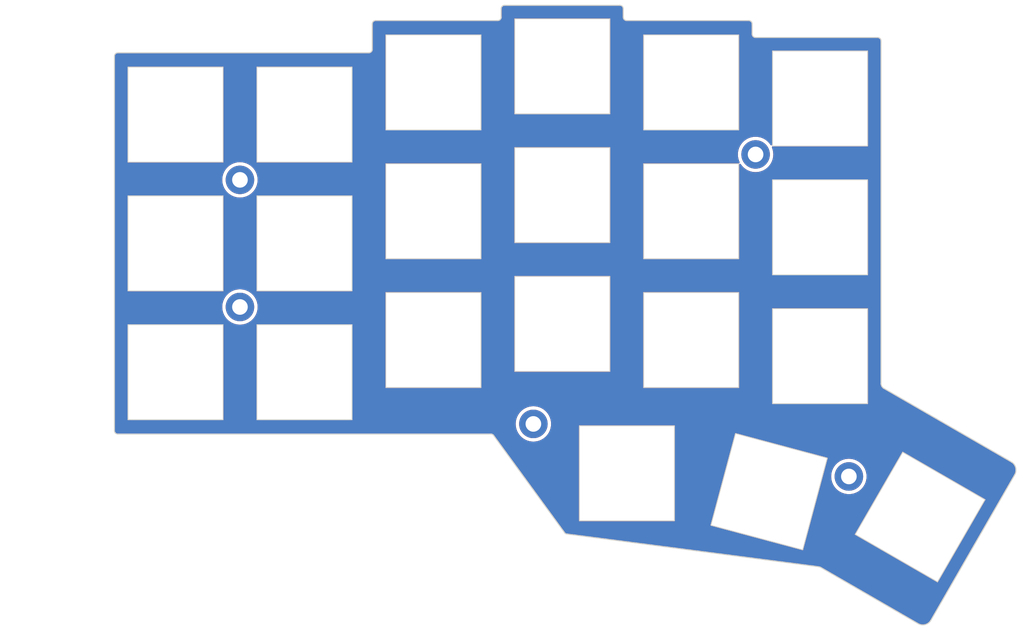
<source format=kicad_pcb>
(kicad_pcb (version 20221018) (generator pcbnew)
  (title_block (title "Corne Top Plate") (date "2018-12-09") (rev "2.1") (company "foostan"))
  (layers (0 "F.Cu" signal) (31 "B.Cu" signal) (34 "B.Paste" user) (35 "F.Paste" user) (36 "B.SilkS" user "B.Silkscreen") (37 "F.SilkS" user "F.Silkscreen") (38 "B.Mask" user) (39 "F.Mask" user) (44 "Edge.Cuts" user))
  (net 0 "")
  (footprint "kbd:M2_Hole_TH" (layer "F.Cu") (at 79.5 86.75)
    (fp_text reference "" (at 0 -3.2) (layer "F.SilkS"))
    (fp_text value "")
    (pad "" thru_hole circle (at 0 0) (size 4.2 4.2) (drill 2.3) (layers "*.Cu" "*.Mask"))
  )
  (footprint "kbd:M2_Hole_TH" (layer "F.Cu") (at 79.5 105.5)
    (fp_text reference "" (at 0 -3.2) (layer "F.SilkS"))
    (fp_text value "")
    (pad "" thru_hole circle (at 0 0) (size 4.2 4.2) (drill 2.3) (layers "*.Cu" "*.Mask"))
  )
  (footprint "kbd:M2_Hole_TH" (layer "F.Cu") (at 155.5 83)
    (fp_text reference "" (at 0 -3.2) (layer "F.SilkS"))
    (fp_text value "")
    (pad "" thru_hole circle (at 0 0) (size 4.2 4.2) (drill 2.3) (layers "*.Cu" "*.Mask"))
  )
  (footprint "kbd:M2_Hole_TH" (layer "F.Cu") (at 122.75 122.75)
    (fp_text reference "" (at 0 -3.2) (layer "F.SilkS"))
    (fp_text value "")
    (pad "" thru_hole circle (at 0 0) (size 4.2 4.2) (drill 2.3) (layers "*.Cu" "*.Mask"))
  )
  (footprint "kbd:M2_Hole_TH" (layer "F.Cu") (at 169.25 130.5)
    (fp_text reference "" (at 0 -3.2) (layer "F.SilkS"))
    (fp_text value "")
    (pad "" thru_hole circle (at 0 0) (size 4.2 4.2) (drill 2.3) (layers "*.Cu" "*.Mask"))
  )
  (footprint "kbd:SW_Hole" (layer "F.Cu") (at 70.01 77.125)
    (fp_text reference "SW2" hide)
    (fp_text value "KEY_SWITCH" hide)
    (fp_line (start -7 -7) (end -7 7) (stroke (width 0.12)) (layer "Edge.Cuts"))
    (fp_line (start -7 7) (end 7 7) (stroke (width 0.12)) (layer "Edge.Cuts"))
    (fp_line (start 7 -7) (end -7 -7) (stroke (width 0.12)) (layer "Edge.Cuts"))
    (fp_line (start 7 7) (end 7 -7) (stroke (width 0.12)) (layer "Edge.Cuts"))
  )
  (footprint "kbd:SW_Hole" (layer "F.Cu") (at 70.01 96.125)
    (fp_text reference "SW2" hide)
    (fp_text value "KEY_SWITCH" hide)
    (fp_line (start -7 -7) (end -7 7) (stroke (width 0.12)) (layer "Edge.Cuts"))
    (fp_line (start -7 7) (end 7 7) (stroke (width 0.12)) (layer "Edge.Cuts"))
    (fp_line (start 7 -7) (end -7 -7) (stroke (width 0.12)) (layer "Edge.Cuts"))
    (fp_line (start 7 7) (end 7 -7) (stroke (width 0.12)) (layer "Edge.Cuts"))
  )
  (footprint "kbd:SW_Hole" (layer "F.Cu") (at 70.01 115.125)
    (fp_text reference "SW2" hide)
    (fp_text value "KEY_SWITCH" hide)
    (fp_line (start -7 -7) (end -7 7) (stroke (width 0.12)) (layer "Edge.Cuts"))
    (fp_line (start -7 7) (end 7 7) (stroke (width 0.12)) (layer "Edge.Cuts"))
    (fp_line (start 7 -7) (end -7 -7) (stroke (width 0.12)) (layer "Edge.Cuts"))
    (fp_line (start 7 7) (end 7 -7) (stroke (width 0.12)) (layer "Edge.Cuts"))
  )
  (footprint "kbd:SW_Hole" (layer "F.Cu") (at 89.01 77.125)
    (fp_text reference "SW2" hide)
    (fp_text value "KEY_SWITCH" hide)
    (fp_line (start -7 -7) (end -7 7) (stroke (width 0.12)) (layer "Edge.Cuts"))
    (fp_line (start -7 7) (end 7 7) (stroke (width 0.12)) (layer "Edge.Cuts"))
    (fp_line (start 7 -7) (end -7 -7) (stroke (width 0.12)) (layer "Edge.Cuts"))
    (fp_line (start 7 7) (end 7 -7) (stroke (width 0.12)) (layer "Edge.Cuts"))
  )
  (footprint "kbd:SW_Hole" (layer "F.Cu") (at 89.01 115.125)
    (fp_text reference "SW2" hide)
    (fp_text value "KEY_SWITCH" hide)
    (fp_line (start -7 -7) (end -7 7) (stroke (width 0.12)) (layer "Edge.Cuts"))
    (fp_line (start -7 7) (end 7 7) (stroke (width 0.12)) (layer "Edge.Cuts"))
    (fp_line (start 7 -7) (end -7 -7) (stroke (width 0.12)) (layer "Edge.Cuts"))
    (fp_line (start 7 7) (end 7 -7) (stroke (width 0.12)) (layer "Edge.Cuts"))
  )
  (footprint "kbd:SW_Hole" (layer "F.Cu") (at 89.01 96.125)
    (fp_text reference "SW2" hide)
    (fp_text value "KEY_SWITCH" hide)
    (fp_line (start -7 -7) (end -7 7) (stroke (width 0.12)) (layer "Edge.Cuts"))
    (fp_line (start -7 7) (end 7 7) (stroke (width 0.12)) (layer "Edge.Cuts"))
    (fp_line (start 7 -7) (end -7 -7) (stroke (width 0.12)) (layer "Edge.Cuts"))
    (fp_line (start 7 7) (end 7 -7) (stroke (width 0.12)) (layer "Edge.Cuts"))
  )
  (footprint "kbd:SW_Hole" (layer "F.Cu") (at 108.01 72.375)
    (fp_text reference "SW2" hide)
    (fp_text value "KEY_SWITCH" hide)
    (fp_line (start -7 -7) (end -7 7) (stroke (width 0.12)) (layer "Edge.Cuts"))
    (fp_line (start -7 7) (end 7 7) (stroke (width 0.12)) (layer "Edge.Cuts"))
    (fp_line (start 7 -7) (end -7 -7) (stroke (width 0.12)) (layer "Edge.Cuts"))
    (fp_line (start 7 7) (end 7 -7) (stroke (width 0.12)) (layer "Edge.Cuts"))
  )
  (footprint "kbd:SW_Hole" (layer "F.Cu") (at 108.01 110.375)
    (fp_text reference "SW2" hide)
    (fp_text value "KEY_SWITCH" hide)
    (fp_line (start -7 -7) (end -7 7) (stroke (width 0.12)) (layer "Edge.Cuts"))
    (fp_line (start -7 7) (end 7 7) (stroke (width 0.12)) (layer "Edge.Cuts"))
    (fp_line (start 7 -7) (end -7 -7) (stroke (width 0.12)) (layer "Edge.Cuts"))
    (fp_line (start 7 7) (end 7 -7) (stroke (width 0.12)) (layer "Edge.Cuts"))
  )
  (footprint "kbd:SW_Hole" (layer "F.Cu") (at 108.01 91.375)
    (fp_text reference "SW2" hide)
    (fp_text value "KEY_SWITCH" hide)
    (fp_line (start -7 -7) (end -7 7) (stroke (width 0.12)) (layer "Edge.Cuts"))
    (fp_line (start -7 7) (end 7 7) (stroke (width 0.12)) (layer "Edge.Cuts"))
    (fp_line (start 7 -7) (end -7 -7) (stroke (width 0.12)) (layer "Edge.Cuts"))
    (fp_line (start 7 7) (end 7 -7) (stroke (width 0.12)) (layer "Edge.Cuts"))
  )
  (footprint "kbd:SW_Hole" (layer "F.Cu") (at 127.01 70)
    (fp_text reference "SW2" hide)
    (fp_text value "KEY_SWITCH" hide)
    (fp_line (start -7 -7) (end -7 7) (stroke (width 0.12)) (layer "Edge.Cuts"))
    (fp_line (start -7 7) (end 7 7) (stroke (width 0.12)) (layer "Edge.Cuts"))
    (fp_line (start 7 -7) (end -7 -7) (stroke (width 0.12)) (layer "Edge.Cuts"))
    (fp_line (start 7 7) (end 7 -7) (stroke (width 0.12)) (layer "Edge.Cuts"))
  )
  (footprint "kbd:SW_Hole" (layer "F.Cu") (at 127.01 108)
    (fp_text reference "SW2" hide)
    (fp_text value "KEY_SWITCH" hide)
    (fp_line (start -7 -7) (end -7 7) (stroke (width 0.12)) (layer "Edge.Cuts"))
    (fp_line (start -7 7) (end 7 7) (stroke (width 0.12)) (layer "Edge.Cuts"))
    (fp_line (start 7 -7) (end -7 -7) (stroke (width 0.12)) (layer "Edge.Cuts"))
    (fp_line (start 7 7) (end 7 -7) (stroke (width 0.12)) (layer "Edge.Cuts"))
  )
  (footprint "kbd:SW_Hole" (layer "F.Cu") (at 127.01 89)
    (fp_text reference "SW2" hide)
    (fp_text value "KEY_SWITCH" hide)
    (fp_line (start -7 -7) (end -7 7) (stroke (width 0.12)) (layer "Edge.Cuts"))
    (fp_line (start -7 7) (end 7 7) (stroke (width 0.12)) (layer "Edge.Cuts"))
    (fp_line (start 7 -7) (end -7 -7) (stroke (width 0.12)) (layer "Edge.Cuts"))
    (fp_line (start 7 7) (end 7 -7) (stroke (width 0.12)) (layer "Edge.Cuts"))
  )
  (footprint "kbd:SW_Hole" (layer "F.Cu") (at 146.01 110.375)
    (fp_text reference "SW2" hide)
    (fp_text value "KEY_SWITCH" hide)
    (fp_line (start -7 -7) (end -7 7) (stroke (width 0.12)) (layer "Edge.Cuts"))
    (fp_line (start -7 7) (end 7 7) (stroke (width 0.12)) (layer "Edge.Cuts"))
    (fp_line (start 7 -7) (end -7 -7) (stroke (width 0.12)) (layer "Edge.Cuts"))
    (fp_line (start 7 7) (end 7 -7) (stroke (width 0.12)) (layer "Edge.Cuts"))
  )
  (footprint "kbd:SW_Hole" (layer "F.Cu") (at 146.01 72.375)
    (fp_text reference "SW2" hide)
    (fp_text value "KEY_SWITCH" hide)
    (fp_line (start -7 -7) (end -7 7) (stroke (width 0.12)) (layer "Edge.Cuts"))
    (fp_line (start -7 7) (end 7 7) (stroke (width 0.12)) (layer "Edge.Cuts"))
    (fp_line (start 7 -7) (end -7 -7) (stroke (width 0.12)) (layer "Edge.Cuts"))
    (fp_line (start 7 7) (end 7 -7) (stroke (width 0.12)) (layer "Edge.Cuts"))
  )
  (footprint "kbd:SW_Hole" (layer "F.Cu") (at 146.01 91.375)
    (fp_text reference "SW2" hide)
    (fp_text value "KEY_SWITCH" hide)
    (fp_line (start -7 -7) (end -7 7) (stroke (width 0.12)) (layer "Edge.Cuts"))
    (fp_line (start -7 7) (end 7 7) (stroke (width 0.12)) (layer "Edge.Cuts"))
    (fp_line (start 7 -7) (end -7 -7) (stroke (width 0.12)) (layer "Edge.Cuts"))
    (fp_line (start 7 7) (end 7 -7) (stroke (width 0.12)) (layer "Edge.Cuts"))
  )
  (footprint "kbd:SW_Hole" (layer "F.Cu") (at 165.01 93.75)
    (fp_text reference "SW2" hide)
    (fp_text value "KEY_SWITCH" hide)
    (fp_line (start -7 -7) (end -7 7) (stroke (width 0.12)) (layer "Edge.Cuts"))
    (fp_line (start -7 7) (end 7 7) (stroke (width 0.12)) (layer "Edge.Cuts"))
    (fp_line (start 7 -7) (end -7 -7) (stroke (width 0.12)) (layer "Edge.Cuts"))
    (fp_line (start 7 7) (end 7 -7) (stroke (width 0.12)) (layer "Edge.Cuts"))
  )
  (footprint "kbd:SW_Hole" (layer "F.Cu") (at 165.01 74.75)
    (fp_text reference "SW2" hide)
    (fp_text value "KEY_SWITCH" hide)
    (fp_line (start -7 -7) (end -7 7) (stroke (width 0.12)) (layer "Edge.Cuts"))
    (fp_line (start -7 7) (end 7 7) (stroke (width 0.12)) (layer "Edge.Cuts"))
    (fp_line (start 7 -7) (end -7 -7) (stroke (width 0.12)) (layer "Edge.Cuts"))
    (fp_line (start 7 7) (end 7 -7) (stroke (width 0.12)) (layer "Edge.Cuts"))
  )
  (footprint "kbd:SW_Hole" (layer "F.Cu") (at 165.01 112.75)
    (fp_text reference "SW2" hide)
    (fp_text value "KEY_SWITCH" hide)
    (fp_line (start -7 -7) (end -7 7) (stroke (width 0.12)) (layer "Edge.Cuts"))
    (fp_line (start -7 7) (end 7 7) (stroke (width 0.12)) (layer "Edge.Cuts"))
    (fp_line (start 7 -7) (end -7 -7) (stroke (width 0.12)) (layer "Edge.Cuts"))
    (fp_line (start 7 7) (end 7 -7) (stroke (width 0.12)) (layer "Edge.Cuts"))
  )
  (footprint "kbd:SW_Hole" (layer "F.Cu") (at 136.53 130.035)
    (fp_text reference "SW2" hide)
    (fp_text value "KEY_SWITCH" hide)
    (fp_line (start -7 -7) (end -7 7) (stroke (width 0.12)) (layer "Edge.Cuts"))
    (fp_line (start -7 7) (end 7 7) (stroke (width 0.12)) (layer "Edge.Cuts"))
    (fp_line (start 7 -7) (end -7 -7) (stroke (width 0.12)) (layer "Edge.Cuts"))
    (fp_line (start 7 7) (end 7 -7) (stroke (width 0.12)) (layer "Edge.Cuts"))
  )
  (footprint "kbd:SW_Hole" (layer "F.Cu") (at 157.492 132.744 -15)
    (fp_text reference "SW2" hide)
    (fp_text value "KEY_SWITCH" hide)
    (fp_line (start -7 -7) (end -7 7) (stroke (width 0.12)) (layer "Edge.Cuts"))
    (fp_line (start -7 7) (end 7 7) (stroke (width 0.12)) (layer "Edge.Cuts"))
    (fp_line (start 7 -7) (end -7 -7) (stroke (width 0.12)) (layer "Edge.Cuts"))
    (fp_line (start 7 7) (end 7 -7) (stroke (width 0.12)) (layer "Edge.Cuts"))
  )
  (footprint "kbd:SW_Hole" (layer "F.Cu") (at 179.75 136.485 -30)
    (fp_text reference "SW2" hide)
    (fp_text value "KEY_SWITCH" hide)
    (fp_line (start -7 -7) (end -7 7) (stroke (width 0.12)) (layer "Edge.Cuts"))
    (fp_line (start -7 7) (end 7 7) (stroke (width 0.12)) (layer "Edge.Cuts"))
    (fp_line (start 7 -7) (end -7 -7) (stroke (width 0.12)) (layer "Edge.Cuts"))
    (fp_line (start 7 7) (end 7 -7) (stroke (width 0.12)) (layer "Edge.Cuts"))
  )
  (footprint "kbd:corne-logo-horizontal-mask" (layer "F.Cu") (at 108.335 121.925)
    (fp_text reference "G***" hide)
    (fp_text value "LOGO" hide)
  )
  (footprint "kbd:corne-logo-horizontal-mask" (layer "B.Cu") (at 108.085 121.975 180)
    (fp_text reference "G***" hide)
    (fp_text value "LOGO" hide)
  )
  (gr_arc (start 193.270509 128.396988) (mid 193.860661 129.282182) (end 193.65 130.325) (stroke (width 0.15)) (layer "Edge.Cuts"))
  (gr_arc (start 127.75 139) (mid 127.558658 138.96194) (end 127.396447 138.853553) (stroke (width 0.15)) (layer "Edge.Cuts"))
  (gr_arc (start 154.5 63.25) (mid 154.853553 63.396447) (end 155 63.75) (stroke (width 0.15)) (layer "Edge.Cuts"))
  (gr_arc (start 173.5 65.75) (mid 173.853553 65.896447) (end 174 66.25) (stroke (width 0.15)) (layer "Edge.Cuts"))
  (gr_line (start 193.270509 128.396988) (end 174.35 117.475) (stroke (width 0.15)) (layer "Edge.Cuts"))
  (gr_arc (start 118 62.75) (mid 117.853553 63.103553) (end 117.5 63.25) (stroke (width 0.15)) (layer "Edge.Cuts"))
  (gr_line (start 165.075 143.9) (end 179.369251 152.160956) (stroke (width 0.15)) (layer "Edge.Cuts"))
  (gr_line (start 116.853553 124.396447) (end 127.396447 138.853553) (stroke (width 0.15)) (layer "Edge.Cuts"))
  (gr_line (start 99 63.75) (end 99 67.5) (stroke (width 0.15)) (layer "Edge.Cuts"))
  (gr_arc (start 174.35 117.475) (mid 174.096093 117.183739) (end 173.997282 116.810192) (stroke (width 0.15)) (layer "Edge.Cuts"))
  (gr_arc (start 155.5 65.75) (mid 155.146447 65.603553) (end 155 65.25) (stroke (width 0.15)) (layer "Edge.Cuts"))
  (gr_arc (start 135.5 61) (mid 135.853553 61.146447) (end 136 61.5) (stroke (width 0.15)) (layer "Edge.Cuts"))
  (gr_line (start 181.297263 151.781465) (end 193.65 130.325) (stroke (width 0.15)) (layer "Edge.Cuts"))
  (gr_line (start 61 68.5) (end 61 123.75) (stroke (width 0.15)) (layer "Edge.Cuts"))
  (gr_line (start 136 62.75) (end 136 61.5) (stroke (width 0.15)) (layer "Edge.Cuts"))
  (gr_line (start 116.5 124.25) (end 61.5 124.25) (stroke (width 0.15)) (layer "Edge.Cuts"))
  (gr_line (start 173.5 65.75) (end 155.5 65.75) (stroke (width 0.15)) (layer "Edge.Cuts"))
  (gr_line (start 127.75 139) (end 164.420556 143.770344) (stroke (width 0.15)) (layer "Edge.Cuts"))
  (gr_arc (start 116.5 124.25) (mid 116.691342 124.28806) (end 116.853553 124.396447) (stroke (width 0.15)) (layer "Edge.Cuts"))
  (gr_line (start 174 66.25) (end 173.997282 116.810192) (stroke (width 0.15)) (layer "Edge.Cuts"))
  (gr_arc (start 118 61.5) (mid 118.146447 61.146447) (end 118.5 61) (stroke (width 0.15)) (layer "Edge.Cuts"))
  (gr_line (start 118 61.5) (end 118 62.75) (stroke (width 0.15)) (layer "Edge.Cuts"))
  (gr_arc (start 61.5 124.25) (mid 61.146447 124.103553) (end 61 123.75) (stroke (width 0.15)) (layer "Edge.Cuts"))
  (gr_line (start 135.5 61) (end 118.5 61) (stroke (width 0.15)) (layer "Edge.Cuts"))
  (gr_arc (start 61 68.5) (mid 61.146447 68.146447) (end 61.5 68) (stroke (width 0.15)) (layer "Edge.Cuts"))
  (gr_line (start 98.5 68) (end 61.5 68) (stroke (width 0.15)) (layer "Edge.Cuts"))
  (gr_arc (start 99 63.75) (mid 99.146447 63.396447) (end 99.5 63.25) (stroke (width 0.15)) (layer "Edge.Cuts"))
  (gr_arc (start 99 67.5) (mid 98.853553 67.853553) (end 98.5 68) (stroke (width 0.15)) (layer "Edge.Cuts"))
  (gr_line (start 155 65.25) (end 155 63.75) (stroke (width 0.15)) (layer "Edge.Cuts"))
  (gr_arc (start 136.5 63.25) (mid 136.146447 63.103553) (end 136 62.75) (stroke (width 0.15)) (layer "Edge.Cuts"))
  (gr_line (start 154.5 63.25) (end 136.5 63.25) (stroke (width 0.15)) (layer "Edge.Cuts"))
  (gr_line (start 117.5 63.25) (end 99.5 63.25) (stroke (width 0.15)) (layer "Edge.Cuts"))
  (gr_arc (start 164.420556 143.770344) (mid 164.750952 143.819149) (end 165.075 143.9) (stroke (width 0.15)) (layer "Edge.Cuts"))
  (gr_arc (start 181.297263 151.781465) (mid 180.412069 152.371617) (end 179.369251 152.160956) (stroke (width 0.15)) (layer "Edge.Cuts"))
  (zone (net 0) (net_name "") (layer "F.Cu") (connect_pads (clearance 0.508)) (min_thickness 0.254) (fill yes (thermal_gap 0.508) (thermal_bridge_width 0.508))
    (polygon (pts (xy 136.535 62.875) (xy 155.56 62.875) (xy 155.56 65.225) (xy 174.535 65.225) (xy 174.535 116.7) (xy 195.085 128.65) (xy 180.71 153.475) (xy 164.86 144.3) (xy 127.31 139.425) (xy 116.635 124.65) (xy 60.485 124.65) (xy 60.485 67.6) (xy 98.485 67.6) (xy 98.485 62.85) (xy 117.485 62.85) (xy 117.485 60.475) (xy 136.535 60.475)))
  )
  (zone (net 0) (net_name "") (layer "B.Cu") (connect_pads (clearance 0.508)) (min_thickness 0.254) (fill yes (thermal_gap 0.508) (thermal_bridge_width 0.508))
    (polygon (pts (xy 136.535 62.85) (xy 155.56 62.85) (xy 155.56 65.225) (xy 174.535 65.225) (xy 174.535 116.7) (xy 195.035 128.625) (xy 180.71 153.45) (xy 164.91 144.325) (xy 127.31 139.425) (xy 116.635 124.65) (xy 60.485 124.65) (xy 60.485 67.6) (xy 98.485 67.6) (xy 98.485 62.85) (xy 117.485 62.875) (xy 117.485 60.475) (xy 136.535 60.475)))
  )
)
</source>
